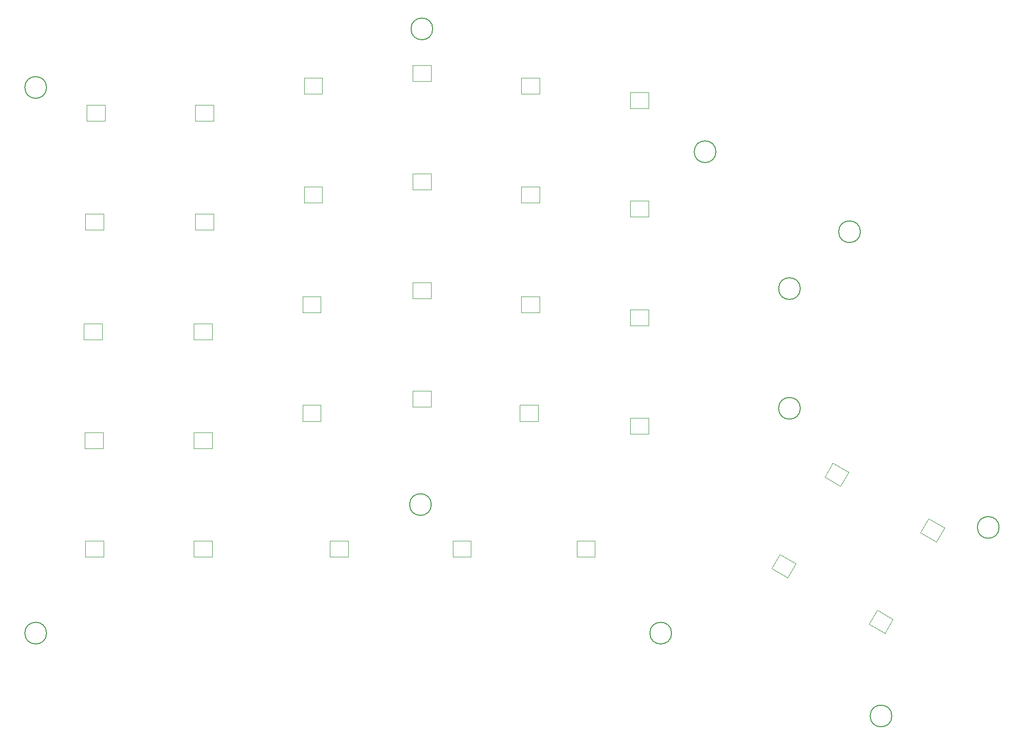
<source format=gbr>
%TF.GenerationSoftware,KiCad,Pcbnew,9.0.0*%
%TF.CreationDate,2025-07-27T21:57:38+02:00*%
%TF.ProjectId,keyboard,6b657962-6f61-4726-942e-6b696361645f,rev?*%
%TF.SameCoordinates,Original*%
%TF.FileFunction,Other,Comment*%
%FSLAX46Y46*%
G04 Gerber Fmt 4.6, Leading zero omitted, Abs format (unit mm)*
G04 Created by KiCad (PCBNEW 9.0.0) date 2025-07-27 21:57:38*
%MOMM*%
%LPD*%
G01*
G04 APERTURE LIST*
%ADD10C,0.120000*%
%ADD11C,0.150000*%
G04 APERTURE END LIST*
D10*
%TO.C,D22*%
X247400000Y-205400000D02*
X250600000Y-205400000D01*
X247400000Y-202600000D02*
X247400000Y-205400000D01*
X250600000Y-205400000D02*
X250600000Y-202600000D01*
X250600000Y-202600000D02*
X247400000Y-202600000D01*
%TO.C,D23*%
X266150000Y-207900000D02*
X269350000Y-207900000D01*
X266150000Y-205100000D02*
X266150000Y-207900000D01*
X269350000Y-207900000D02*
X269350000Y-205100000D01*
X269350000Y-205100000D02*
X266150000Y-205100000D01*
%TO.C,D25*%
X319414359Y-217662436D02*
X322185641Y-219262436D01*
X320814359Y-215237564D02*
X319414359Y-217662436D01*
X322185641Y-219262436D02*
X323585641Y-216837564D01*
X323585641Y-216837564D02*
X320814359Y-215237564D01*
%TO.C,D2*%
X266400000Y-150650000D02*
X269600000Y-150650000D01*
X266400000Y-147850000D02*
X266400000Y-150650000D01*
X269600000Y-150650000D02*
X269600000Y-147850000D01*
X269600000Y-147850000D02*
X266400000Y-147850000D01*
%TO.C,D27*%
X327164359Y-243412436D02*
X329935641Y-245012436D01*
X328564359Y-240987564D02*
X327164359Y-243412436D01*
X329935641Y-245012436D02*
X331335641Y-242587564D01*
X331335641Y-242587564D02*
X328564359Y-240987564D01*
%TO.C,D33*%
X190150000Y-231650000D02*
X193350000Y-231650000D01*
X190150000Y-228850000D02*
X190150000Y-231650000D01*
X193350000Y-231650000D02*
X193350000Y-228850000D01*
X193350000Y-228850000D02*
X190150000Y-228850000D01*
%TO.C,D28*%
X310164359Y-233662436D02*
X312935641Y-235262436D01*
X311564359Y-231237564D02*
X310164359Y-233662436D01*
X312935641Y-235262436D02*
X314335641Y-232837564D01*
X314335641Y-232837564D02*
X311564359Y-231237564D01*
%TO.C,D32*%
X209150000Y-231650000D02*
X212350000Y-231650000D01*
X209150000Y-228850000D02*
X209150000Y-231650000D01*
X212350000Y-231650000D02*
X212350000Y-228850000D01*
X212350000Y-228850000D02*
X209150000Y-228850000D01*
%TO.C,D31*%
X232900000Y-231650000D02*
X236100000Y-231650000D01*
X232900000Y-228850000D02*
X232900000Y-231650000D01*
X236100000Y-231650000D02*
X236100000Y-228850000D01*
X236100000Y-228850000D02*
X232900000Y-228850000D01*
%TO.C,D3*%
X247400000Y-148400000D02*
X250600000Y-148400000D01*
X247400000Y-145600000D02*
X247400000Y-148400000D01*
X250600000Y-148400000D02*
X250600000Y-145600000D01*
X250600000Y-145600000D02*
X247400000Y-145600000D01*
%TO.C,D12*%
X285400000Y-172150000D02*
X288600000Y-172150000D01*
X285400000Y-169350000D02*
X285400000Y-172150000D01*
X288600000Y-172150000D02*
X288600000Y-169350000D01*
X288600000Y-169350000D02*
X285400000Y-169350000D01*
%TO.C,D15*%
X247400000Y-186400000D02*
X250600000Y-186400000D01*
X247400000Y-183600000D02*
X247400000Y-186400000D01*
X250600000Y-186400000D02*
X250600000Y-183600000D01*
X250600000Y-183600000D02*
X247400000Y-183600000D01*
%TO.C,D1*%
X288600000Y-153150000D02*
X285400000Y-153150000D01*
X288600000Y-150350000D02*
X288600000Y-153150000D01*
X285400000Y-153150000D02*
X285400000Y-150350000D01*
X285400000Y-150350000D02*
X288600000Y-150350000D01*
%TO.C,D16*%
X228150000Y-188900000D02*
X231350000Y-188900000D01*
X228150000Y-186100000D02*
X228150000Y-188900000D01*
X231350000Y-188900000D02*
X231350000Y-186100000D01*
X231350000Y-186100000D02*
X228150000Y-186100000D01*
%TO.C,D18*%
X189900000Y-193650000D02*
X193100000Y-193650000D01*
X189900000Y-190850000D02*
X189900000Y-193650000D01*
X193100000Y-193650000D02*
X193100000Y-190850000D01*
X193100000Y-190850000D02*
X189900000Y-190850000D01*
%TO.C,D29*%
X276075000Y-231650000D02*
X279275000Y-231650000D01*
X276075000Y-228850000D02*
X276075000Y-231650000D01*
X279275000Y-231650000D02*
X279275000Y-228850000D01*
X279275000Y-228850000D02*
X276075000Y-228850000D01*
%TO.C,D13*%
X285400000Y-191150000D02*
X288600000Y-191150000D01*
X285400000Y-188350000D02*
X285400000Y-191150000D01*
X288600000Y-191150000D02*
X288600000Y-188350000D01*
X288600000Y-188350000D02*
X285400000Y-188350000D01*
%TO.C,D6*%
X190400000Y-155400000D02*
X193600000Y-155400000D01*
X190400000Y-152600000D02*
X190400000Y-155400000D01*
X193600000Y-155400000D02*
X193600000Y-152600000D01*
X193600000Y-152600000D02*
X190400000Y-152600000D01*
%TO.C,D21*%
X228150000Y-207900000D02*
X231350000Y-207900000D01*
X228150000Y-205100000D02*
X228150000Y-207900000D01*
X231350000Y-207900000D02*
X231350000Y-205100000D01*
X231350000Y-205100000D02*
X228150000Y-205100000D01*
%TO.C,D4*%
X228400000Y-150650000D02*
X231600000Y-150650000D01*
X228400000Y-147850000D02*
X228400000Y-150650000D01*
X231600000Y-150650000D02*
X231600000Y-147850000D01*
X231600000Y-147850000D02*
X228400000Y-147850000D01*
%TO.C,D26*%
X336164359Y-227412436D02*
X338935641Y-229012436D01*
X337564359Y-224987564D02*
X336164359Y-227412436D01*
X338935641Y-229012436D02*
X340335641Y-226587564D01*
X340335641Y-226587564D02*
X337564359Y-224987564D01*
%TO.C,D20*%
X209150000Y-212650000D02*
X212350000Y-212650000D01*
X209150000Y-209850000D02*
X209150000Y-212650000D01*
X212350000Y-212650000D02*
X212350000Y-209850000D01*
X212350000Y-209850000D02*
X209150000Y-209850000D01*
%TO.C,D17*%
X209150000Y-193650000D02*
X212350000Y-193650000D01*
X209150000Y-190850000D02*
X209150000Y-193650000D01*
X212350000Y-193650000D02*
X212350000Y-190850000D01*
X212350000Y-190850000D02*
X209150000Y-190850000D01*
%TO.C,D5*%
X209400000Y-155400000D02*
X212600000Y-155400000D01*
X209400000Y-152600000D02*
X209400000Y-155400000D01*
X212600000Y-155400000D02*
X212600000Y-152600000D01*
X212600000Y-152600000D02*
X209400000Y-152600000D01*
%TO.C,D11*%
X266400000Y-169650000D02*
X269600000Y-169650000D01*
X266400000Y-166850000D02*
X266400000Y-169650000D01*
X269600000Y-169650000D02*
X269600000Y-166850000D01*
X269600000Y-166850000D02*
X266400000Y-166850000D01*
%TO.C,D30*%
X254400000Y-231650000D02*
X257600000Y-231650000D01*
X254400000Y-228850000D02*
X254400000Y-231650000D01*
X257600000Y-231650000D02*
X257600000Y-228850000D01*
X257600000Y-228850000D02*
X254400000Y-228850000D01*
%TO.C,D8*%
X209400000Y-174400000D02*
X212600000Y-174400000D01*
X209400000Y-171600000D02*
X209400000Y-174400000D01*
X212600000Y-174400000D02*
X212600000Y-171600000D01*
X212600000Y-171600000D02*
X209400000Y-171600000D01*
%TO.C,D7*%
X190150000Y-174400000D02*
X193350000Y-174400000D01*
X190150000Y-171600000D02*
X190150000Y-174400000D01*
X193350000Y-174400000D02*
X193350000Y-171600000D01*
X193350000Y-171600000D02*
X190150000Y-171600000D01*
%TO.C,D10*%
X247400000Y-167400000D02*
X250600000Y-167400000D01*
X247400000Y-164600000D02*
X247400000Y-167400000D01*
X250600000Y-167400000D02*
X250600000Y-164600000D01*
X250600000Y-164600000D02*
X247400000Y-164600000D01*
%TO.C,D14*%
X266400000Y-188900000D02*
X269600000Y-188900000D01*
X266400000Y-186100000D02*
X266400000Y-188900000D01*
X269600000Y-188900000D02*
X269600000Y-186100000D01*
X269600000Y-186100000D02*
X266400000Y-186100000D01*
%TO.C,D9*%
X228400000Y-169650000D02*
X231600000Y-169650000D01*
X228400000Y-166850000D02*
X228400000Y-169650000D01*
X231600000Y-169650000D02*
X231600000Y-166850000D01*
X231600000Y-166850000D02*
X228400000Y-166850000D01*
%TO.C,D24*%
X285400000Y-210150000D02*
X288600000Y-210150000D01*
X285400000Y-207350000D02*
X285400000Y-210150000D01*
X288600000Y-210150000D02*
X288600000Y-207350000D01*
X288600000Y-207350000D02*
X285400000Y-207350000D01*
%TO.C,D19*%
X190075000Y-212650000D02*
X193275000Y-212650000D01*
X190075000Y-209850000D02*
X190075000Y-212650000D01*
X193275000Y-212650000D02*
X193275000Y-209850000D01*
X193275000Y-209850000D02*
X190075000Y-209850000D01*
D11*
%TO.C,H11*%
X292650000Y-245000000D02*
G75*
G02*
X288850000Y-245000000I-1900000J0D01*
G01*
X288850000Y-245000000D02*
G75*
G02*
X292650000Y-245000000I1900000J0D01*
G01*
%TO.C,H10*%
X315150000Y-205650000D02*
G75*
G02*
X311350000Y-205650000I-1900000J0D01*
G01*
X311350000Y-205650000D02*
G75*
G02*
X315150000Y-205650000I1900000J0D01*
G01*
%TO.C,H9*%
X315150000Y-184700000D02*
G75*
G02*
X311350000Y-184700000I-1900000J0D01*
G01*
X311350000Y-184700000D02*
G75*
G02*
X315150000Y-184700000I1900000J0D01*
G01*
%TO.C,H8*%
X300400000Y-160750000D02*
G75*
G02*
X296600000Y-160750000I-1900000J0D01*
G01*
X296600000Y-160750000D02*
G75*
G02*
X300400000Y-160750000I1900000J0D01*
G01*
%TO.C,H7*%
X331150000Y-259500000D02*
G75*
G02*
X327350000Y-259500000I-1900000J0D01*
G01*
X327350000Y-259500000D02*
G75*
G02*
X331150000Y-259500000I1900000J0D01*
G01*
%TO.C,H6*%
X183400000Y-149500000D02*
G75*
G02*
X179600000Y-149500000I-1900000J0D01*
G01*
X179600000Y-149500000D02*
G75*
G02*
X183400000Y-149500000I1900000J0D01*
G01*
%TO.C,H5*%
X349900000Y-226500000D02*
G75*
G02*
X346100000Y-226500000I-1900000J0D01*
G01*
X346100000Y-226500000D02*
G75*
G02*
X349900000Y-226500000I1900000J0D01*
G01*
%TO.C,H4*%
X183400000Y-245000000D02*
G75*
G02*
X179600000Y-245000000I-1900000J0D01*
G01*
X179600000Y-245000000D02*
G75*
G02*
X183400000Y-245000000I1900000J0D01*
G01*
%TO.C,H3*%
X250650000Y-222500000D02*
G75*
G02*
X246850000Y-222500000I-1900000J0D01*
G01*
X246850000Y-222500000D02*
G75*
G02*
X250650000Y-222500000I1900000J0D01*
G01*
%TO.C,H2*%
X325650000Y-174750000D02*
G75*
G02*
X321850000Y-174750000I-1900000J0D01*
G01*
X321850000Y-174750000D02*
G75*
G02*
X325650000Y-174750000I1900000J0D01*
G01*
%TO.C,H1*%
X250900000Y-139250000D02*
G75*
G02*
X247100000Y-139250000I-1900000J0D01*
G01*
X247100000Y-139250000D02*
G75*
G02*
X250900000Y-139250000I1900000J0D01*
G01*
%TD*%
M02*

</source>
